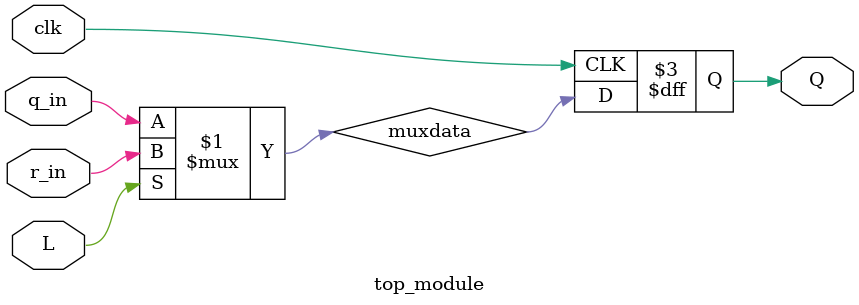
<source format=v>
module top_module (
	input clk,
	input L,
	input r_in,
	input q_in,
	output reg Q);
	wire muxdata;
    assign muxdata=L?r_in:q_in;
    always @(posedge clk)begin
    	Q<=muxdata;
    end
endmodule

</source>
